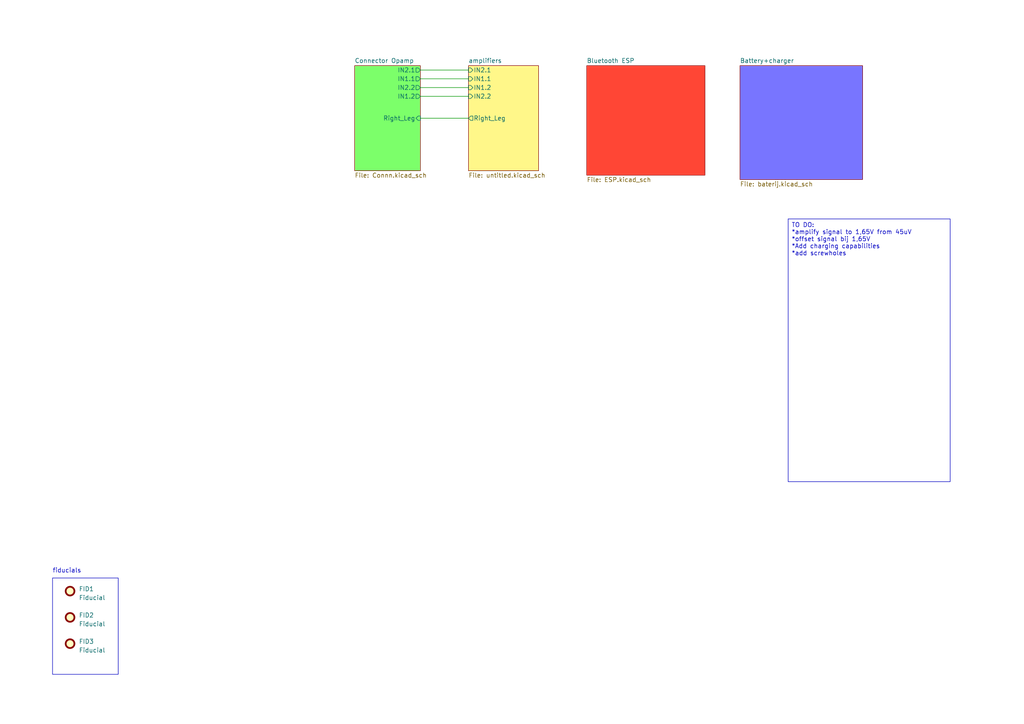
<source format=kicad_sch>
(kicad_sch (version 20230121) (generator eeschema)
  (paper "A4")
  (lib_symbols
    (symbol "Mechanical:Fiducial"
      (property "Reference" "FID" (at 0 5.08 0))
      (property "Value" "Fiducial" (at 0 3.175 0))
      (symbol "Fiducial_0_1"
        (circle (center 0 0) (radius 1.27) (stroke (width 0.508)) (fill (type background)))
      )
    )
  )
  (wire (pts (xy 121.92 34.29) (xy 135.89 34.29)))
  (wire (pts (xy 121.92 20.32) (xy 135.89 20.32)))
  (wire (pts (xy 121.92 25.4) (xy 135.89 25.4)))
  (wire (pts (xy 121.92 22.86) (xy 135.89 22.86)))
  (wire (pts (xy 121.92 27.94) (xy 135.89 27.94)))
  (rectangle (start 15.24 167.64) (end 34.29 195.58))
  (text_box "TO DO:\n*amplify signal to 1,65V from 45uV\n*offset signal bij 1,65V\n*Add charging capabilities\n*add screwholes" (at 228.6 63.5 0) (size 46.99 76.2) (effects (font (size 1.27 1.27)) (justify left top)))
  (text "fiducials" (at 15.24 166.37 0) (effects (font (size 1.27 1.27)) (justify left bottom)))
  (symbol (lib_id "Mechanical:Fiducial") (at 20.32 179.07 0) (unit 1)
    (property "Reference" "FID2" (at 22.86 178.435 0) (effects (justify left)))
    (property "Value" "Fiducial" (at 22.86 180.975 0) (effects (justify left)))
    (property "Footprint" "Fiducial:Fiducial_0.5mm_Mask1.5mm" (effects hide))
  )
  (symbol (lib_id "Mechanical:Fiducial") (at 20.32 186.69 0) (unit 1)
    (property "Reference" "FID3" (at 22.86 186.055 0) (effects (justify left)))
    (property "Value" "Fiducial" (at 22.86 188.595 0) (effects (justify left)))
    (property "Footprint" "Fiducial:Fiducial_0.5mm_Mask1.5mm" (effects hide))
  )
  (symbol (lib_id "Mechanical:Fiducial") (at 20.32 171.45 0) (unit 1)
    (property "Reference" "FID1" (at 22.86 170.815 0) (effects (justify left)))
    (property "Value" "Fiducial" (at 22.86 173.355 0) (effects (justify left)))
    (property "Footprint" "Fiducial:Fiducial_0.5mm_Mask1.5mm" (effects hide))
  )
  (sheet (at 214.63 19.05) (size 35.56 33.02) (stroke (width 0.1524)) (fill (color 120 117 255 1.0000))
    (property "Sheetname" "Battery+charger" (at 214.63 18.3384 0) (effects (justify left bottom)))
    (property "Sheetfile" "baterij.kicad_sch" (at 214.63 52.6546 0) (effects (justify left top)))
  )
  (sheet (at 102.87 19.05) (size 19.05 30.48) (stroke (width 0.1524)) (fill (color 124 255 106 1.0000))
    (property "Sheetname" "Connector Opamp" (at 102.87 18.3384 0) (effects (justify left bottom)))
    (property "Sheetfile" "Connn.kicad_sch" (at 102.87 50.1146 0) (effects (justify left top)))
    (pin "IN2.1" output (at 121.92 20.32 0))
    (pin "Right_Leg" input (at 121.92 34.29 0))
    (pin "IN1.1" output (at 121.92 22.86 0))
    (pin "IN2.2" output (at 121.92 25.4 0))
    (pin "IN1.2" output (at 121.92 27.94 0))
  )
  (sheet (at 135.89 19.05) (size 20.32 30.48) (stroke (width 0.1524)) (fill (color 255 247 137 1.0000))
    (property "Sheetname" "amplifiers" (at 135.89 18.3384 0) (effects (justify left bottom)))
    (property "Sheetfile" "untitled.kicad_sch" (at 135.89 50.1146 0) (effects (justify left top)))
    (pin "IN2.2" input (at 135.89 27.94 180))
    (pin "IN1.1" input (at 135.89 22.86 180))
    (pin "IN2.1" input (at 135.89 20.32 180))
    (pin "IN1.2" input (at 135.89 25.4 180))
    (pin "Right_Leg" output (at 135.89 34.29 180))
  )
  (sheet (at 170.18 19.05) (size 34.29 31.75) (stroke (width 0.1524)) (fill (color 255 70 53 1.0000))
    (property "Sheetname" "Bluetooth ESP" (at 170.18 18.3384 0) (effects (justify left bottom)))
    (property "Sheetfile" "ESP.kicad_sch" (at 170.18 51.3846 0) (effects (justify left top)))
  )
)
</source>
